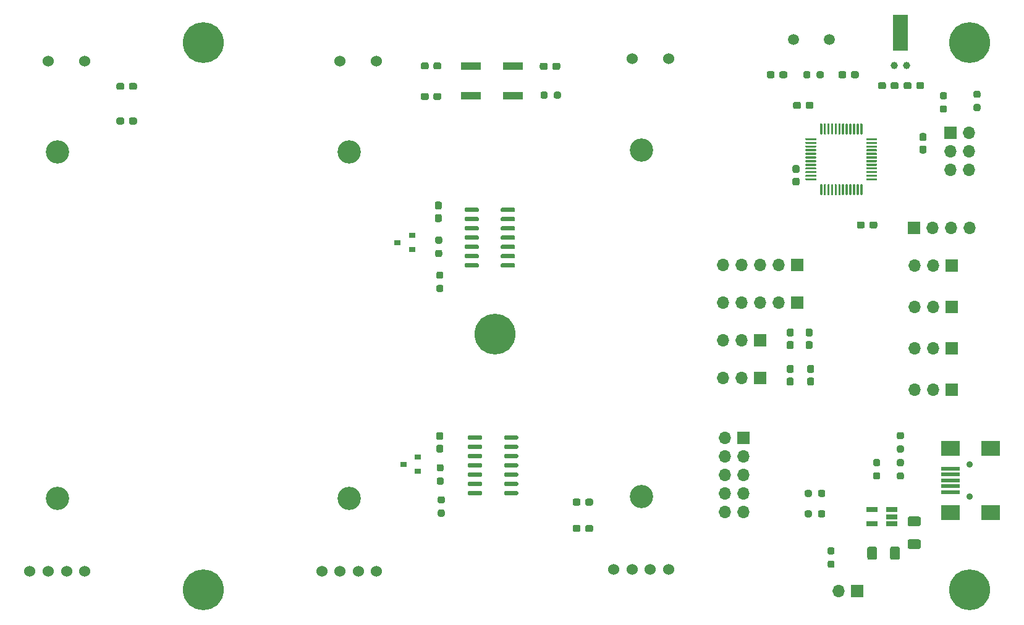
<source format=gts>
%TF.GenerationSoftware,KiCad,Pcbnew,5.1.10-88a1d61d58~88~ubuntu20.04.1*%
%TF.CreationDate,2021-05-18T23:57:07+02:00*%
%TF.ProjectId,C152Quadrant,43313532-5175-4616-9472-616e742e6b69,rev?*%
%TF.SameCoordinates,Original*%
%TF.FileFunction,Soldermask,Top*%
%TF.FilePolarity,Negative*%
%FSLAX46Y46*%
G04 Gerber Fmt 4.6, Leading zero omitted, Abs format (unit mm)*
G04 Created by KiCad (PCBNEW 5.1.10-88a1d61d58~88~ubuntu20.04.1) date 2021-05-18 23:57:07*
%MOMM*%
%LPD*%
G01*
G04 APERTURE LIST*
%ADD10C,3.200000*%
%ADD11C,1.524000*%
%ADD12O,1.700000X1.700000*%
%ADD13R,1.700000X1.700000*%
%ADD14R,2.500000X2.000000*%
%ADD15R,2.500000X0.500000*%
%ADD16C,0.900000*%
%ADD17R,2.750000X1.000000*%
%ADD18R,1.560000X0.650000*%
%ADD19C,1.500000*%
%ADD20C,1.000000*%
%ADD21R,2.000000X5.000000*%
%ADD22R,0.900000X0.800000*%
%ADD23C,5.600000*%
G04 APERTURE END LIST*
D10*
%TO.C,RV_MIXT1*%
X190000000Y-94700000D03*
X190000000Y-142200000D03*
D11*
X193750000Y-82200000D03*
X188750000Y-82200000D03*
X193750000Y-152200000D03*
X191250000Y-152200000D03*
X186250000Y-152200000D03*
X188750000Y-152200000D03*
%TD*%
D10*
%TO.C,RV_CARB1*%
X110000000Y-95000000D03*
X110000000Y-142500000D03*
D11*
X113750000Y-82500000D03*
X108750000Y-82500000D03*
X113750000Y-152500000D03*
X111250000Y-152500000D03*
X106250000Y-152500000D03*
X108750000Y-152500000D03*
%TD*%
D10*
%TO.C,RV_THROT1*%
X150000000Y-95000000D03*
X150000000Y-142500000D03*
D11*
X153750000Y-82500000D03*
X148750000Y-82500000D03*
X153750000Y-152500000D03*
X151250000Y-152500000D03*
X146250000Y-152500000D03*
X148750000Y-152500000D03*
%TD*%
%TO.C,C1*%
G36*
G01*
X118100000Y-86237500D02*
X118100000Y-85762500D01*
G75*
G02*
X118337500Y-85525000I237500J0D01*
G01*
X118937500Y-85525000D01*
G75*
G02*
X119175000Y-85762500I0J-237500D01*
G01*
X119175000Y-86237500D01*
G75*
G02*
X118937500Y-86475000I-237500J0D01*
G01*
X118337500Y-86475000D01*
G75*
G02*
X118100000Y-86237500I0J237500D01*
G01*
G37*
G36*
G01*
X119825000Y-86237500D02*
X119825000Y-85762500D01*
G75*
G02*
X120062500Y-85525000I237500J0D01*
G01*
X120662500Y-85525000D01*
G75*
G02*
X120900000Y-85762500I0J-237500D01*
G01*
X120900000Y-86237500D01*
G75*
G02*
X120662500Y-86475000I-237500J0D01*
G01*
X120062500Y-86475000D01*
G75*
G02*
X119825000Y-86237500I0J237500D01*
G01*
G37*
%TD*%
%TO.C,C2*%
G36*
G01*
X212762500Y-119200000D02*
X213237500Y-119200000D01*
G75*
G02*
X213475000Y-119437500I0J-237500D01*
G01*
X213475000Y-120037500D01*
G75*
G02*
X213237500Y-120275000I-237500J0D01*
G01*
X212762500Y-120275000D01*
G75*
G02*
X212525000Y-120037500I0J237500D01*
G01*
X212525000Y-119437500D01*
G75*
G02*
X212762500Y-119200000I237500J0D01*
G01*
G37*
G36*
G01*
X212762500Y-120925000D02*
X213237500Y-120925000D01*
G75*
G02*
X213475000Y-121162500I0J-237500D01*
G01*
X213475000Y-121762500D01*
G75*
G02*
X213237500Y-122000000I-237500J0D01*
G01*
X212762500Y-122000000D01*
G75*
G02*
X212525000Y-121762500I0J237500D01*
G01*
X212525000Y-121162500D01*
G75*
G02*
X212762500Y-120925000I237500J0D01*
G01*
G37*
%TD*%
%TO.C,C3*%
G36*
G01*
X118100000Y-90987500D02*
X118100000Y-90512500D01*
G75*
G02*
X118337500Y-90275000I237500J0D01*
G01*
X118937500Y-90275000D01*
G75*
G02*
X119175000Y-90512500I0J-237500D01*
G01*
X119175000Y-90987500D01*
G75*
G02*
X118937500Y-91225000I-237500J0D01*
G01*
X118337500Y-91225000D01*
G75*
G02*
X118100000Y-90987500I0J237500D01*
G01*
G37*
G36*
G01*
X119825000Y-90987500D02*
X119825000Y-90512500D01*
G75*
G02*
X120062500Y-90275000I237500J0D01*
G01*
X120662500Y-90275000D01*
G75*
G02*
X120900000Y-90512500I0J-237500D01*
G01*
X120900000Y-90987500D01*
G75*
G02*
X120662500Y-91225000I-237500J0D01*
G01*
X120062500Y-91225000D01*
G75*
G02*
X119825000Y-90987500I0J237500D01*
G01*
G37*
%TD*%
%TO.C,C4*%
G36*
G01*
X210162500Y-120925000D02*
X210637500Y-120925000D01*
G75*
G02*
X210875000Y-121162500I0J-237500D01*
G01*
X210875000Y-121762500D01*
G75*
G02*
X210637500Y-122000000I-237500J0D01*
G01*
X210162500Y-122000000D01*
G75*
G02*
X209925000Y-121762500I0J237500D01*
G01*
X209925000Y-121162500D01*
G75*
G02*
X210162500Y-120925000I237500J0D01*
G01*
G37*
G36*
G01*
X210162500Y-119200000D02*
X210637500Y-119200000D01*
G75*
G02*
X210875000Y-119437500I0J-237500D01*
G01*
X210875000Y-120037500D01*
G75*
G02*
X210637500Y-120275000I-237500J0D01*
G01*
X210162500Y-120275000D01*
G75*
G02*
X209925000Y-120037500I0J237500D01*
G01*
X209925000Y-119437500D01*
G75*
G02*
X210162500Y-119200000I237500J0D01*
G01*
G37*
%TD*%
%TO.C,C5*%
G36*
G01*
X159800000Y-83437500D02*
X159800000Y-82962500D01*
G75*
G02*
X160037500Y-82725000I237500J0D01*
G01*
X160637500Y-82725000D01*
G75*
G02*
X160875000Y-82962500I0J-237500D01*
G01*
X160875000Y-83437500D01*
G75*
G02*
X160637500Y-83675000I-237500J0D01*
G01*
X160037500Y-83675000D01*
G75*
G02*
X159800000Y-83437500I0J237500D01*
G01*
G37*
G36*
G01*
X161525000Y-83437500D02*
X161525000Y-82962500D01*
G75*
G02*
X161762500Y-82725000I237500J0D01*
G01*
X162362500Y-82725000D01*
G75*
G02*
X162600000Y-82962500I0J-237500D01*
G01*
X162600000Y-83437500D01*
G75*
G02*
X162362500Y-83675000I-237500J0D01*
G01*
X161762500Y-83675000D01*
G75*
G02*
X161525000Y-83437500I0J237500D01*
G01*
G37*
%TD*%
%TO.C,C6*%
G36*
G01*
X161525000Y-87637500D02*
X161525000Y-87162500D01*
G75*
G02*
X161762500Y-86925000I237500J0D01*
G01*
X162362500Y-86925000D01*
G75*
G02*
X162600000Y-87162500I0J-237500D01*
G01*
X162600000Y-87637500D01*
G75*
G02*
X162362500Y-87875000I-237500J0D01*
G01*
X161762500Y-87875000D01*
G75*
G02*
X161525000Y-87637500I0J237500D01*
G01*
G37*
G36*
G01*
X159800000Y-87637500D02*
X159800000Y-87162500D01*
G75*
G02*
X160037500Y-86925000I237500J0D01*
G01*
X160637500Y-86925000D01*
G75*
G02*
X160875000Y-87162500I0J-237500D01*
G01*
X160875000Y-87637500D01*
G75*
G02*
X160637500Y-87875000I-237500J0D01*
G01*
X160037500Y-87875000D01*
G75*
G02*
X159800000Y-87637500I0J237500D01*
G01*
G37*
%TD*%
%TO.C,C7*%
G36*
G01*
X210162500Y-124200000D02*
X210637500Y-124200000D01*
G75*
G02*
X210875000Y-124437500I0J-237500D01*
G01*
X210875000Y-125037500D01*
G75*
G02*
X210637500Y-125275000I-237500J0D01*
G01*
X210162500Y-125275000D01*
G75*
G02*
X209925000Y-125037500I0J237500D01*
G01*
X209925000Y-124437500D01*
G75*
G02*
X210162500Y-124200000I237500J0D01*
G01*
G37*
G36*
G01*
X210162500Y-125925000D02*
X210637500Y-125925000D01*
G75*
G02*
X210875000Y-126162500I0J-237500D01*
G01*
X210875000Y-126762500D01*
G75*
G02*
X210637500Y-127000000I-237500J0D01*
G01*
X210162500Y-127000000D01*
G75*
G02*
X209925000Y-126762500I0J237500D01*
G01*
X209925000Y-126162500D01*
G75*
G02*
X210162500Y-125925000I237500J0D01*
G01*
G37*
%TD*%
%TO.C,C8*%
G36*
G01*
X212962500Y-125925000D02*
X213437500Y-125925000D01*
G75*
G02*
X213675000Y-126162500I0J-237500D01*
G01*
X213675000Y-126762500D01*
G75*
G02*
X213437500Y-127000000I-237500J0D01*
G01*
X212962500Y-127000000D01*
G75*
G02*
X212725000Y-126762500I0J237500D01*
G01*
X212725000Y-126162500D01*
G75*
G02*
X212962500Y-125925000I237500J0D01*
G01*
G37*
G36*
G01*
X212962500Y-124200000D02*
X213437500Y-124200000D01*
G75*
G02*
X213675000Y-124437500I0J-237500D01*
G01*
X213675000Y-125037500D01*
G75*
G02*
X213437500Y-125275000I-237500J0D01*
G01*
X212962500Y-125275000D01*
G75*
G02*
X212725000Y-125037500I0J237500D01*
G01*
X212725000Y-124437500D01*
G75*
G02*
X212962500Y-124200000I237500J0D01*
G01*
G37*
%TD*%
%TO.C,C9*%
G36*
G01*
X183400000Y-142762500D02*
X183400000Y-143237500D01*
G75*
G02*
X183162500Y-143475000I-237500J0D01*
G01*
X182562500Y-143475000D01*
G75*
G02*
X182325000Y-143237500I0J237500D01*
G01*
X182325000Y-142762500D01*
G75*
G02*
X182562500Y-142525000I237500J0D01*
G01*
X183162500Y-142525000D01*
G75*
G02*
X183400000Y-142762500I0J-237500D01*
G01*
G37*
G36*
G01*
X181675000Y-142762500D02*
X181675000Y-143237500D01*
G75*
G02*
X181437500Y-143475000I-237500J0D01*
G01*
X180837500Y-143475000D01*
G75*
G02*
X180600000Y-143237500I0J237500D01*
G01*
X180600000Y-142762500D01*
G75*
G02*
X180837500Y-142525000I237500J0D01*
G01*
X181437500Y-142525000D01*
G75*
G02*
X181675000Y-142762500I0J-237500D01*
G01*
G37*
%TD*%
%TO.C,C10*%
G36*
G01*
X181675000Y-146362500D02*
X181675000Y-146837500D01*
G75*
G02*
X181437500Y-147075000I-237500J0D01*
G01*
X180837500Y-147075000D01*
G75*
G02*
X180600000Y-146837500I0J237500D01*
G01*
X180600000Y-146362500D01*
G75*
G02*
X180837500Y-146125000I237500J0D01*
G01*
X181437500Y-146125000D01*
G75*
G02*
X181675000Y-146362500I0J-237500D01*
G01*
G37*
G36*
G01*
X183400000Y-146362500D02*
X183400000Y-146837500D01*
G75*
G02*
X183162500Y-147075000I-237500J0D01*
G01*
X182562500Y-147075000D01*
G75*
G02*
X182325000Y-146837500I0J237500D01*
G01*
X182325000Y-146362500D01*
G75*
G02*
X182562500Y-146125000I237500J0D01*
G01*
X183162500Y-146125000D01*
G75*
G02*
X183400000Y-146362500I0J-237500D01*
G01*
G37*
%TD*%
%TO.C,C11*%
G36*
G01*
X218725000Y-84637500D02*
X218725000Y-84162500D01*
G75*
G02*
X218962500Y-83925000I237500J0D01*
G01*
X219562500Y-83925000D01*
G75*
G02*
X219800000Y-84162500I0J-237500D01*
G01*
X219800000Y-84637500D01*
G75*
G02*
X219562500Y-84875000I-237500J0D01*
G01*
X218962500Y-84875000D01*
G75*
G02*
X218725000Y-84637500I0J237500D01*
G01*
G37*
G36*
G01*
X217000000Y-84637500D02*
X217000000Y-84162500D01*
G75*
G02*
X217237500Y-83925000I237500J0D01*
G01*
X217837500Y-83925000D01*
G75*
G02*
X218075000Y-84162500I0J-237500D01*
G01*
X218075000Y-84637500D01*
G75*
G02*
X217837500Y-84875000I-237500J0D01*
G01*
X217237500Y-84875000D01*
G75*
G02*
X217000000Y-84637500I0J237500D01*
G01*
G37*
%TD*%
%TO.C,C12*%
G36*
G01*
X207200000Y-84637500D02*
X207200000Y-84162500D01*
G75*
G02*
X207437500Y-83925000I237500J0D01*
G01*
X208037500Y-83925000D01*
G75*
G02*
X208275000Y-84162500I0J-237500D01*
G01*
X208275000Y-84637500D01*
G75*
G02*
X208037500Y-84875000I-237500J0D01*
G01*
X207437500Y-84875000D01*
G75*
G02*
X207200000Y-84637500I0J237500D01*
G01*
G37*
G36*
G01*
X208925000Y-84637500D02*
X208925000Y-84162500D01*
G75*
G02*
X209162500Y-83925000I237500J0D01*
G01*
X209762500Y-83925000D01*
G75*
G02*
X210000000Y-84162500I0J-237500D01*
G01*
X210000000Y-84637500D01*
G75*
G02*
X209762500Y-84875000I-237500J0D01*
G01*
X209162500Y-84875000D01*
G75*
G02*
X208925000Y-84637500I0J237500D01*
G01*
G37*
%TD*%
%TO.C,C13*%
G36*
G01*
X227675000Y-86137500D02*
X227675000Y-85662500D01*
G75*
G02*
X227912500Y-85425000I237500J0D01*
G01*
X228512500Y-85425000D01*
G75*
G02*
X228750000Y-85662500I0J-237500D01*
G01*
X228750000Y-86137500D01*
G75*
G02*
X228512500Y-86375000I-237500J0D01*
G01*
X227912500Y-86375000D01*
G75*
G02*
X227675000Y-86137500I0J237500D01*
G01*
G37*
G36*
G01*
X225950000Y-86137500D02*
X225950000Y-85662500D01*
G75*
G02*
X226187500Y-85425000I237500J0D01*
G01*
X226787500Y-85425000D01*
G75*
G02*
X227025000Y-85662500I0J-237500D01*
G01*
X227025000Y-86137500D01*
G75*
G02*
X226787500Y-86375000I-237500J0D01*
G01*
X226187500Y-86375000D01*
G75*
G02*
X225950000Y-86137500I0J237500D01*
G01*
G37*
%TD*%
%TO.C,C14*%
G36*
G01*
X225250000Y-85662500D02*
X225250000Y-86137500D01*
G75*
G02*
X225012500Y-86375000I-237500J0D01*
G01*
X224412500Y-86375000D01*
G75*
G02*
X224175000Y-86137500I0J237500D01*
G01*
X224175000Y-85662500D01*
G75*
G02*
X224412500Y-85425000I237500J0D01*
G01*
X225012500Y-85425000D01*
G75*
G02*
X225250000Y-85662500I0J-237500D01*
G01*
G37*
G36*
G01*
X223525000Y-85662500D02*
X223525000Y-86137500D01*
G75*
G02*
X223287500Y-86375000I-237500J0D01*
G01*
X222687500Y-86375000D01*
G75*
G02*
X222450000Y-86137500I0J237500D01*
G01*
X222450000Y-85662500D01*
G75*
G02*
X222687500Y-85425000I237500J0D01*
G01*
X223287500Y-85425000D01*
G75*
G02*
X223525000Y-85662500I0J-237500D01*
G01*
G37*
%TD*%
%TO.C,C15*%
G36*
G01*
X177825000Y-83487500D02*
X177825000Y-83012500D01*
G75*
G02*
X178062500Y-82775000I237500J0D01*
G01*
X178662500Y-82775000D01*
G75*
G02*
X178900000Y-83012500I0J-237500D01*
G01*
X178900000Y-83487500D01*
G75*
G02*
X178662500Y-83725000I-237500J0D01*
G01*
X178062500Y-83725000D01*
G75*
G02*
X177825000Y-83487500I0J237500D01*
G01*
G37*
G36*
G01*
X176100000Y-83487500D02*
X176100000Y-83012500D01*
G75*
G02*
X176337500Y-82775000I237500J0D01*
G01*
X176937500Y-82775000D01*
G75*
G02*
X177175000Y-83012500I0J-237500D01*
G01*
X177175000Y-83487500D01*
G75*
G02*
X176937500Y-83725000I-237500J0D01*
G01*
X176337500Y-83725000D01*
G75*
G02*
X176100000Y-83487500I0J237500D01*
G01*
G37*
%TD*%
%TO.C,C17*%
G36*
G01*
X221262500Y-105237500D02*
X221262500Y-104762500D01*
G75*
G02*
X221500000Y-104525000I237500J0D01*
G01*
X222100000Y-104525000D01*
G75*
G02*
X222337500Y-104762500I0J-237500D01*
G01*
X222337500Y-105237500D01*
G75*
G02*
X222100000Y-105475000I-237500J0D01*
G01*
X221500000Y-105475000D01*
G75*
G02*
X221262500Y-105237500I0J237500D01*
G01*
G37*
G36*
G01*
X219537500Y-105237500D02*
X219537500Y-104762500D01*
G75*
G02*
X219775000Y-104525000I237500J0D01*
G01*
X220375000Y-104525000D01*
G75*
G02*
X220612500Y-104762500I0J-237500D01*
G01*
X220612500Y-105237500D01*
G75*
G02*
X220375000Y-105475000I-237500J0D01*
G01*
X219775000Y-105475000D01*
G75*
G02*
X219537500Y-105237500I0J237500D01*
G01*
G37*
%TD*%
%TO.C,C18*%
G36*
G01*
X210962500Y-96800000D02*
X211437500Y-96800000D01*
G75*
G02*
X211675000Y-97037500I0J-237500D01*
G01*
X211675000Y-97637500D01*
G75*
G02*
X211437500Y-97875000I-237500J0D01*
G01*
X210962500Y-97875000D01*
G75*
G02*
X210725000Y-97637500I0J237500D01*
G01*
X210725000Y-97037500D01*
G75*
G02*
X210962500Y-96800000I237500J0D01*
G01*
G37*
G36*
G01*
X210962500Y-98525000D02*
X211437500Y-98525000D01*
G75*
G02*
X211675000Y-98762500I0J-237500D01*
G01*
X211675000Y-99362500D01*
G75*
G02*
X211437500Y-99600000I-237500J0D01*
G01*
X210962500Y-99600000D01*
G75*
G02*
X210725000Y-99362500I0J237500D01*
G01*
X210725000Y-98762500D01*
G75*
G02*
X210962500Y-98525000I237500J0D01*
G01*
G37*
%TD*%
%TO.C,C19*%
G36*
G01*
X211875000Y-88362500D02*
X211875000Y-88837500D01*
G75*
G02*
X211637500Y-89075000I-237500J0D01*
G01*
X211037500Y-89075000D01*
G75*
G02*
X210800000Y-88837500I0J237500D01*
G01*
X210800000Y-88362500D01*
G75*
G02*
X211037500Y-88125000I237500J0D01*
G01*
X211637500Y-88125000D01*
G75*
G02*
X211875000Y-88362500I0J-237500D01*
G01*
G37*
G36*
G01*
X213600000Y-88362500D02*
X213600000Y-88837500D01*
G75*
G02*
X213362500Y-89075000I-237500J0D01*
G01*
X212762500Y-89075000D01*
G75*
G02*
X212525000Y-88837500I0J237500D01*
G01*
X212525000Y-88362500D01*
G75*
G02*
X212762500Y-88125000I237500J0D01*
G01*
X213362500Y-88125000D01*
G75*
G02*
X213600000Y-88362500I0J-237500D01*
G01*
G37*
%TD*%
%TO.C,C20*%
G36*
G01*
X228837500Y-95200000D02*
X228362500Y-95200000D01*
G75*
G02*
X228125000Y-94962500I0J237500D01*
G01*
X228125000Y-94362500D01*
G75*
G02*
X228362500Y-94125000I237500J0D01*
G01*
X228837500Y-94125000D01*
G75*
G02*
X229075000Y-94362500I0J-237500D01*
G01*
X229075000Y-94962500D01*
G75*
G02*
X228837500Y-95200000I-237500J0D01*
G01*
G37*
G36*
G01*
X228837500Y-93475000D02*
X228362500Y-93475000D01*
G75*
G02*
X228125000Y-93237500I0J237500D01*
G01*
X228125000Y-92637500D01*
G75*
G02*
X228362500Y-92400000I237500J0D01*
G01*
X228837500Y-92400000D01*
G75*
G02*
X229075000Y-92637500I0J-237500D01*
G01*
X229075000Y-93237500D01*
G75*
G02*
X228837500Y-93475000I-237500J0D01*
G01*
G37*
%TD*%
D12*
%TO.C,ENC_ALT1*%
X227420000Y-110600000D03*
X229960000Y-110600000D03*
D13*
X232500000Y-110600000D03*
%TD*%
%TO.C,ENC_COMP1*%
X232500000Y-116266666D03*
D12*
X229960000Y-116266666D03*
X227420000Y-116266666D03*
%TD*%
%TO.C,ENC_NAV1_SW1*%
X227420000Y-121933332D03*
X229960000Y-121933332D03*
D13*
X232500000Y-121933332D03*
%TD*%
%TO.C,ENC_NAV2_SW1*%
X232500000Y-127600000D03*
D12*
X229960000Y-127600000D03*
X227420000Y-127600000D03*
%TD*%
D13*
%TO.C,J1*%
X232400000Y-92400000D03*
D12*
X234940000Y-92400000D03*
X232400000Y-94940000D03*
X234940000Y-94940000D03*
X232400000Y-97480000D03*
X234940000Y-97480000D03*
%TD*%
D14*
%TO.C,J2*%
X237900000Y-144400000D03*
X237900000Y-135600000D03*
X232400000Y-144400000D03*
X232400000Y-135600000D03*
D15*
X232400000Y-141600000D03*
X232400000Y-140800000D03*
X232400000Y-140000000D03*
X232400000Y-139200000D03*
X232400000Y-138400000D03*
D16*
X235000000Y-142200000D03*
X235000000Y-137800000D03*
%TD*%
D13*
%TO.C,PWRLED1*%
X219600000Y-155200000D03*
D12*
X217060000Y-155200000D03*
%TD*%
%TO.C,R1*%
G36*
G01*
X216237500Y-150175000D02*
X215762500Y-150175000D01*
G75*
G02*
X215525000Y-149937500I0J237500D01*
G01*
X215525000Y-149437500D01*
G75*
G02*
X215762500Y-149200000I237500J0D01*
G01*
X216237500Y-149200000D01*
G75*
G02*
X216475000Y-149437500I0J-237500D01*
G01*
X216475000Y-149937500D01*
G75*
G02*
X216237500Y-150175000I-237500J0D01*
G01*
G37*
G36*
G01*
X216237500Y-152000000D02*
X215762500Y-152000000D01*
G75*
G02*
X215525000Y-151762500I0J237500D01*
G01*
X215525000Y-151262500D01*
G75*
G02*
X215762500Y-151025000I237500J0D01*
G01*
X216237500Y-151025000D01*
G75*
G02*
X216475000Y-151262500I0J-237500D01*
G01*
X216475000Y-151762500D01*
G75*
G02*
X216237500Y-152000000I-237500J0D01*
G01*
G37*
%TD*%
%TO.C,R2*%
G36*
G01*
X179000000Y-86962500D02*
X179000000Y-87437500D01*
G75*
G02*
X178762500Y-87675000I-237500J0D01*
G01*
X178262500Y-87675000D01*
G75*
G02*
X178025000Y-87437500I0J237500D01*
G01*
X178025000Y-86962500D01*
G75*
G02*
X178262500Y-86725000I237500J0D01*
G01*
X178762500Y-86725000D01*
G75*
G02*
X179000000Y-86962500I0J-237500D01*
G01*
G37*
G36*
G01*
X177175000Y-86962500D02*
X177175000Y-87437500D01*
G75*
G02*
X176937500Y-87675000I-237500J0D01*
G01*
X176437500Y-87675000D01*
G75*
G02*
X176200000Y-87437500I0J237500D01*
G01*
X176200000Y-86962500D01*
G75*
G02*
X176437500Y-86725000I237500J0D01*
G01*
X176937500Y-86725000D01*
G75*
G02*
X177175000Y-86962500I0J-237500D01*
G01*
G37*
%TD*%
%TO.C,R3*%
G36*
G01*
X213175000Y-84162500D02*
X213175000Y-84637500D01*
G75*
G02*
X212937500Y-84875000I-237500J0D01*
G01*
X212437500Y-84875000D01*
G75*
G02*
X212200000Y-84637500I0J237500D01*
G01*
X212200000Y-84162500D01*
G75*
G02*
X212437500Y-83925000I237500J0D01*
G01*
X212937500Y-83925000D01*
G75*
G02*
X213175000Y-84162500I0J-237500D01*
G01*
G37*
G36*
G01*
X215000000Y-84162500D02*
X215000000Y-84637500D01*
G75*
G02*
X214762500Y-84875000I-237500J0D01*
G01*
X214262500Y-84875000D01*
G75*
G02*
X214025000Y-84637500I0J237500D01*
G01*
X214025000Y-84162500D01*
G75*
G02*
X214262500Y-83925000I237500J0D01*
G01*
X214762500Y-83925000D01*
G75*
G02*
X215000000Y-84162500I0J-237500D01*
G01*
G37*
%TD*%
%TO.C,R4*%
G36*
G01*
X231637500Y-87775000D02*
X231162500Y-87775000D01*
G75*
G02*
X230925000Y-87537500I0J237500D01*
G01*
X230925000Y-87037500D01*
G75*
G02*
X231162500Y-86800000I237500J0D01*
G01*
X231637500Y-86800000D01*
G75*
G02*
X231875000Y-87037500I0J-237500D01*
G01*
X231875000Y-87537500D01*
G75*
G02*
X231637500Y-87775000I-237500J0D01*
G01*
G37*
G36*
G01*
X231637500Y-89600000D02*
X231162500Y-89600000D01*
G75*
G02*
X230925000Y-89362500I0J237500D01*
G01*
X230925000Y-88862500D01*
G75*
G02*
X231162500Y-88625000I237500J0D01*
G01*
X231637500Y-88625000D01*
G75*
G02*
X231875000Y-88862500I0J-237500D01*
G01*
X231875000Y-89362500D01*
G75*
G02*
X231637500Y-89600000I-237500J0D01*
G01*
G37*
%TD*%
%TO.C,R5*%
G36*
G01*
X235762500Y-86600000D02*
X236237500Y-86600000D01*
G75*
G02*
X236475000Y-86837500I0J-237500D01*
G01*
X236475000Y-87337500D01*
G75*
G02*
X236237500Y-87575000I-237500J0D01*
G01*
X235762500Y-87575000D01*
G75*
G02*
X235525000Y-87337500I0J237500D01*
G01*
X235525000Y-86837500D01*
G75*
G02*
X235762500Y-86600000I237500J0D01*
G01*
G37*
G36*
G01*
X235762500Y-88425000D02*
X236237500Y-88425000D01*
G75*
G02*
X236475000Y-88662500I0J-237500D01*
G01*
X236475000Y-89162500D01*
G75*
G02*
X236237500Y-89400000I-237500J0D01*
G01*
X235762500Y-89400000D01*
G75*
G02*
X235525000Y-89162500I0J237500D01*
G01*
X235525000Y-88662500D01*
G75*
G02*
X235762500Y-88425000I237500J0D01*
G01*
G37*
%TD*%
%TO.C,R6*%
G36*
G01*
X225262500Y-138925000D02*
X225737500Y-138925000D01*
G75*
G02*
X225975000Y-139162500I0J-237500D01*
G01*
X225975000Y-139662500D01*
G75*
G02*
X225737500Y-139900000I-237500J0D01*
G01*
X225262500Y-139900000D01*
G75*
G02*
X225025000Y-139662500I0J237500D01*
G01*
X225025000Y-139162500D01*
G75*
G02*
X225262500Y-138925000I237500J0D01*
G01*
G37*
G36*
G01*
X225262500Y-137100000D02*
X225737500Y-137100000D01*
G75*
G02*
X225975000Y-137337500I0J-237500D01*
G01*
X225975000Y-137837500D01*
G75*
G02*
X225737500Y-138075000I-237500J0D01*
G01*
X225262500Y-138075000D01*
G75*
G02*
X225025000Y-137837500I0J237500D01*
G01*
X225025000Y-137337500D01*
G75*
G02*
X225262500Y-137100000I237500J0D01*
G01*
G37*
%TD*%
%TO.C,R7*%
G36*
G01*
X222012500Y-137100000D02*
X222487500Y-137100000D01*
G75*
G02*
X222725000Y-137337500I0J-237500D01*
G01*
X222725000Y-137837500D01*
G75*
G02*
X222487500Y-138075000I-237500J0D01*
G01*
X222012500Y-138075000D01*
G75*
G02*
X221775000Y-137837500I0J237500D01*
G01*
X221775000Y-137337500D01*
G75*
G02*
X222012500Y-137100000I237500J0D01*
G01*
G37*
G36*
G01*
X222012500Y-138925000D02*
X222487500Y-138925000D01*
G75*
G02*
X222725000Y-139162500I0J-237500D01*
G01*
X222725000Y-139662500D01*
G75*
G02*
X222487500Y-139900000I-237500J0D01*
G01*
X222012500Y-139900000D01*
G75*
G02*
X221775000Y-139662500I0J237500D01*
G01*
X221775000Y-139162500D01*
G75*
G02*
X222012500Y-138925000I237500J0D01*
G01*
G37*
%TD*%
%TO.C,R8*%
G36*
G01*
X225737500Y-136200000D02*
X225262500Y-136200000D01*
G75*
G02*
X225025000Y-135962500I0J237500D01*
G01*
X225025000Y-135462500D01*
G75*
G02*
X225262500Y-135225000I237500J0D01*
G01*
X225737500Y-135225000D01*
G75*
G02*
X225975000Y-135462500I0J-237500D01*
G01*
X225975000Y-135962500D01*
G75*
G02*
X225737500Y-136200000I-237500J0D01*
G01*
G37*
G36*
G01*
X225737500Y-134375000D02*
X225262500Y-134375000D01*
G75*
G02*
X225025000Y-134137500I0J237500D01*
G01*
X225025000Y-133637500D01*
G75*
G02*
X225262500Y-133400000I237500J0D01*
G01*
X225737500Y-133400000D01*
G75*
G02*
X225975000Y-133637500I0J-237500D01*
G01*
X225975000Y-134137500D01*
G75*
G02*
X225737500Y-134375000I-237500J0D01*
G01*
G37*
%TD*%
%TO.C,RV_FLAPS1*%
X201170000Y-125950000D03*
X203710000Y-125950000D03*
D13*
X206250000Y-125950000D03*
%TD*%
%TO.C,RV_TRIM1*%
X206250000Y-120783332D03*
D12*
X203710000Y-120783332D03*
X201170000Y-120783332D03*
%TD*%
D13*
%TO.C,STLNK1*%
X227400000Y-105400000D03*
D12*
X229940000Y-105400000D03*
X232480000Y-105400000D03*
X235020000Y-105400000D03*
%TD*%
D17*
%TO.C,SW1*%
X172380000Y-83250000D03*
X166620000Y-83250000D03*
X166620000Y-87250000D03*
X172380000Y-87250000D03*
%TD*%
%TO.C,U1*%
G36*
G01*
X220075000Y-91100000D02*
X220225000Y-91100000D01*
G75*
G02*
X220300000Y-91175000I0J-75000D01*
G01*
X220300000Y-92500000D01*
G75*
G02*
X220225000Y-92575000I-75000J0D01*
G01*
X220075000Y-92575000D01*
G75*
G02*
X220000000Y-92500000I0J75000D01*
G01*
X220000000Y-91175000D01*
G75*
G02*
X220075000Y-91100000I75000J0D01*
G01*
G37*
G36*
G01*
X219575000Y-91100000D02*
X219725000Y-91100000D01*
G75*
G02*
X219800000Y-91175000I0J-75000D01*
G01*
X219800000Y-92500000D01*
G75*
G02*
X219725000Y-92575000I-75000J0D01*
G01*
X219575000Y-92575000D01*
G75*
G02*
X219500000Y-92500000I0J75000D01*
G01*
X219500000Y-91175000D01*
G75*
G02*
X219575000Y-91100000I75000J0D01*
G01*
G37*
G36*
G01*
X219075000Y-91100000D02*
X219225000Y-91100000D01*
G75*
G02*
X219300000Y-91175000I0J-75000D01*
G01*
X219300000Y-92500000D01*
G75*
G02*
X219225000Y-92575000I-75000J0D01*
G01*
X219075000Y-92575000D01*
G75*
G02*
X219000000Y-92500000I0J75000D01*
G01*
X219000000Y-91175000D01*
G75*
G02*
X219075000Y-91100000I75000J0D01*
G01*
G37*
G36*
G01*
X218575000Y-91100000D02*
X218725000Y-91100000D01*
G75*
G02*
X218800000Y-91175000I0J-75000D01*
G01*
X218800000Y-92500000D01*
G75*
G02*
X218725000Y-92575000I-75000J0D01*
G01*
X218575000Y-92575000D01*
G75*
G02*
X218500000Y-92500000I0J75000D01*
G01*
X218500000Y-91175000D01*
G75*
G02*
X218575000Y-91100000I75000J0D01*
G01*
G37*
G36*
G01*
X218075000Y-91100000D02*
X218225000Y-91100000D01*
G75*
G02*
X218300000Y-91175000I0J-75000D01*
G01*
X218300000Y-92500000D01*
G75*
G02*
X218225000Y-92575000I-75000J0D01*
G01*
X218075000Y-92575000D01*
G75*
G02*
X218000000Y-92500000I0J75000D01*
G01*
X218000000Y-91175000D01*
G75*
G02*
X218075000Y-91100000I75000J0D01*
G01*
G37*
G36*
G01*
X217575000Y-91100000D02*
X217725000Y-91100000D01*
G75*
G02*
X217800000Y-91175000I0J-75000D01*
G01*
X217800000Y-92500000D01*
G75*
G02*
X217725000Y-92575000I-75000J0D01*
G01*
X217575000Y-92575000D01*
G75*
G02*
X217500000Y-92500000I0J75000D01*
G01*
X217500000Y-91175000D01*
G75*
G02*
X217575000Y-91100000I75000J0D01*
G01*
G37*
G36*
G01*
X217075000Y-91100000D02*
X217225000Y-91100000D01*
G75*
G02*
X217300000Y-91175000I0J-75000D01*
G01*
X217300000Y-92500000D01*
G75*
G02*
X217225000Y-92575000I-75000J0D01*
G01*
X217075000Y-92575000D01*
G75*
G02*
X217000000Y-92500000I0J75000D01*
G01*
X217000000Y-91175000D01*
G75*
G02*
X217075000Y-91100000I75000J0D01*
G01*
G37*
G36*
G01*
X216575000Y-91100000D02*
X216725000Y-91100000D01*
G75*
G02*
X216800000Y-91175000I0J-75000D01*
G01*
X216800000Y-92500000D01*
G75*
G02*
X216725000Y-92575000I-75000J0D01*
G01*
X216575000Y-92575000D01*
G75*
G02*
X216500000Y-92500000I0J75000D01*
G01*
X216500000Y-91175000D01*
G75*
G02*
X216575000Y-91100000I75000J0D01*
G01*
G37*
G36*
G01*
X216075000Y-91100000D02*
X216225000Y-91100000D01*
G75*
G02*
X216300000Y-91175000I0J-75000D01*
G01*
X216300000Y-92500000D01*
G75*
G02*
X216225000Y-92575000I-75000J0D01*
G01*
X216075000Y-92575000D01*
G75*
G02*
X216000000Y-92500000I0J75000D01*
G01*
X216000000Y-91175000D01*
G75*
G02*
X216075000Y-91100000I75000J0D01*
G01*
G37*
G36*
G01*
X215575000Y-91100000D02*
X215725000Y-91100000D01*
G75*
G02*
X215800000Y-91175000I0J-75000D01*
G01*
X215800000Y-92500000D01*
G75*
G02*
X215725000Y-92575000I-75000J0D01*
G01*
X215575000Y-92575000D01*
G75*
G02*
X215500000Y-92500000I0J75000D01*
G01*
X215500000Y-91175000D01*
G75*
G02*
X215575000Y-91100000I75000J0D01*
G01*
G37*
G36*
G01*
X215075000Y-91100000D02*
X215225000Y-91100000D01*
G75*
G02*
X215300000Y-91175000I0J-75000D01*
G01*
X215300000Y-92500000D01*
G75*
G02*
X215225000Y-92575000I-75000J0D01*
G01*
X215075000Y-92575000D01*
G75*
G02*
X215000000Y-92500000I0J75000D01*
G01*
X215000000Y-91175000D01*
G75*
G02*
X215075000Y-91100000I75000J0D01*
G01*
G37*
G36*
G01*
X214575000Y-91100000D02*
X214725000Y-91100000D01*
G75*
G02*
X214800000Y-91175000I0J-75000D01*
G01*
X214800000Y-92500000D01*
G75*
G02*
X214725000Y-92575000I-75000J0D01*
G01*
X214575000Y-92575000D01*
G75*
G02*
X214500000Y-92500000I0J75000D01*
G01*
X214500000Y-91175000D01*
G75*
G02*
X214575000Y-91100000I75000J0D01*
G01*
G37*
G36*
G01*
X212575000Y-93100000D02*
X213900000Y-93100000D01*
G75*
G02*
X213975000Y-93175000I0J-75000D01*
G01*
X213975000Y-93325000D01*
G75*
G02*
X213900000Y-93400000I-75000J0D01*
G01*
X212575000Y-93400000D01*
G75*
G02*
X212500000Y-93325000I0J75000D01*
G01*
X212500000Y-93175000D01*
G75*
G02*
X212575000Y-93100000I75000J0D01*
G01*
G37*
G36*
G01*
X212575000Y-93600000D02*
X213900000Y-93600000D01*
G75*
G02*
X213975000Y-93675000I0J-75000D01*
G01*
X213975000Y-93825000D01*
G75*
G02*
X213900000Y-93900000I-75000J0D01*
G01*
X212575000Y-93900000D01*
G75*
G02*
X212500000Y-93825000I0J75000D01*
G01*
X212500000Y-93675000D01*
G75*
G02*
X212575000Y-93600000I75000J0D01*
G01*
G37*
G36*
G01*
X212575000Y-94100000D02*
X213900000Y-94100000D01*
G75*
G02*
X213975000Y-94175000I0J-75000D01*
G01*
X213975000Y-94325000D01*
G75*
G02*
X213900000Y-94400000I-75000J0D01*
G01*
X212575000Y-94400000D01*
G75*
G02*
X212500000Y-94325000I0J75000D01*
G01*
X212500000Y-94175000D01*
G75*
G02*
X212575000Y-94100000I75000J0D01*
G01*
G37*
G36*
G01*
X212575000Y-94600000D02*
X213900000Y-94600000D01*
G75*
G02*
X213975000Y-94675000I0J-75000D01*
G01*
X213975000Y-94825000D01*
G75*
G02*
X213900000Y-94900000I-75000J0D01*
G01*
X212575000Y-94900000D01*
G75*
G02*
X212500000Y-94825000I0J75000D01*
G01*
X212500000Y-94675000D01*
G75*
G02*
X212575000Y-94600000I75000J0D01*
G01*
G37*
G36*
G01*
X212575000Y-95100000D02*
X213900000Y-95100000D01*
G75*
G02*
X213975000Y-95175000I0J-75000D01*
G01*
X213975000Y-95325000D01*
G75*
G02*
X213900000Y-95400000I-75000J0D01*
G01*
X212575000Y-95400000D01*
G75*
G02*
X212500000Y-95325000I0J75000D01*
G01*
X212500000Y-95175000D01*
G75*
G02*
X212575000Y-95100000I75000J0D01*
G01*
G37*
G36*
G01*
X212575000Y-95600000D02*
X213900000Y-95600000D01*
G75*
G02*
X213975000Y-95675000I0J-75000D01*
G01*
X213975000Y-95825000D01*
G75*
G02*
X213900000Y-95900000I-75000J0D01*
G01*
X212575000Y-95900000D01*
G75*
G02*
X212500000Y-95825000I0J75000D01*
G01*
X212500000Y-95675000D01*
G75*
G02*
X212575000Y-95600000I75000J0D01*
G01*
G37*
G36*
G01*
X212575000Y-96100000D02*
X213900000Y-96100000D01*
G75*
G02*
X213975000Y-96175000I0J-75000D01*
G01*
X213975000Y-96325000D01*
G75*
G02*
X213900000Y-96400000I-75000J0D01*
G01*
X212575000Y-96400000D01*
G75*
G02*
X212500000Y-96325000I0J75000D01*
G01*
X212500000Y-96175000D01*
G75*
G02*
X212575000Y-96100000I75000J0D01*
G01*
G37*
G36*
G01*
X212575000Y-96600000D02*
X213900000Y-96600000D01*
G75*
G02*
X213975000Y-96675000I0J-75000D01*
G01*
X213975000Y-96825000D01*
G75*
G02*
X213900000Y-96900000I-75000J0D01*
G01*
X212575000Y-96900000D01*
G75*
G02*
X212500000Y-96825000I0J75000D01*
G01*
X212500000Y-96675000D01*
G75*
G02*
X212575000Y-96600000I75000J0D01*
G01*
G37*
G36*
G01*
X212575000Y-97100000D02*
X213900000Y-97100000D01*
G75*
G02*
X213975000Y-97175000I0J-75000D01*
G01*
X213975000Y-97325000D01*
G75*
G02*
X213900000Y-97400000I-75000J0D01*
G01*
X212575000Y-97400000D01*
G75*
G02*
X212500000Y-97325000I0J75000D01*
G01*
X212500000Y-97175000D01*
G75*
G02*
X212575000Y-97100000I75000J0D01*
G01*
G37*
G36*
G01*
X212575000Y-97600000D02*
X213900000Y-97600000D01*
G75*
G02*
X213975000Y-97675000I0J-75000D01*
G01*
X213975000Y-97825000D01*
G75*
G02*
X213900000Y-97900000I-75000J0D01*
G01*
X212575000Y-97900000D01*
G75*
G02*
X212500000Y-97825000I0J75000D01*
G01*
X212500000Y-97675000D01*
G75*
G02*
X212575000Y-97600000I75000J0D01*
G01*
G37*
G36*
G01*
X212575000Y-98100000D02*
X213900000Y-98100000D01*
G75*
G02*
X213975000Y-98175000I0J-75000D01*
G01*
X213975000Y-98325000D01*
G75*
G02*
X213900000Y-98400000I-75000J0D01*
G01*
X212575000Y-98400000D01*
G75*
G02*
X212500000Y-98325000I0J75000D01*
G01*
X212500000Y-98175000D01*
G75*
G02*
X212575000Y-98100000I75000J0D01*
G01*
G37*
G36*
G01*
X212575000Y-98600000D02*
X213900000Y-98600000D01*
G75*
G02*
X213975000Y-98675000I0J-75000D01*
G01*
X213975000Y-98825000D01*
G75*
G02*
X213900000Y-98900000I-75000J0D01*
G01*
X212575000Y-98900000D01*
G75*
G02*
X212500000Y-98825000I0J75000D01*
G01*
X212500000Y-98675000D01*
G75*
G02*
X212575000Y-98600000I75000J0D01*
G01*
G37*
G36*
G01*
X214575000Y-99425000D02*
X214725000Y-99425000D01*
G75*
G02*
X214800000Y-99500000I0J-75000D01*
G01*
X214800000Y-100825000D01*
G75*
G02*
X214725000Y-100900000I-75000J0D01*
G01*
X214575000Y-100900000D01*
G75*
G02*
X214500000Y-100825000I0J75000D01*
G01*
X214500000Y-99500000D01*
G75*
G02*
X214575000Y-99425000I75000J0D01*
G01*
G37*
G36*
G01*
X215075000Y-99425000D02*
X215225000Y-99425000D01*
G75*
G02*
X215300000Y-99500000I0J-75000D01*
G01*
X215300000Y-100825000D01*
G75*
G02*
X215225000Y-100900000I-75000J0D01*
G01*
X215075000Y-100900000D01*
G75*
G02*
X215000000Y-100825000I0J75000D01*
G01*
X215000000Y-99500000D01*
G75*
G02*
X215075000Y-99425000I75000J0D01*
G01*
G37*
G36*
G01*
X215575000Y-99425000D02*
X215725000Y-99425000D01*
G75*
G02*
X215800000Y-99500000I0J-75000D01*
G01*
X215800000Y-100825000D01*
G75*
G02*
X215725000Y-100900000I-75000J0D01*
G01*
X215575000Y-100900000D01*
G75*
G02*
X215500000Y-100825000I0J75000D01*
G01*
X215500000Y-99500000D01*
G75*
G02*
X215575000Y-99425000I75000J0D01*
G01*
G37*
G36*
G01*
X216075000Y-99425000D02*
X216225000Y-99425000D01*
G75*
G02*
X216300000Y-99500000I0J-75000D01*
G01*
X216300000Y-100825000D01*
G75*
G02*
X216225000Y-100900000I-75000J0D01*
G01*
X216075000Y-100900000D01*
G75*
G02*
X216000000Y-100825000I0J75000D01*
G01*
X216000000Y-99500000D01*
G75*
G02*
X216075000Y-99425000I75000J0D01*
G01*
G37*
G36*
G01*
X216575000Y-99425000D02*
X216725000Y-99425000D01*
G75*
G02*
X216800000Y-99500000I0J-75000D01*
G01*
X216800000Y-100825000D01*
G75*
G02*
X216725000Y-100900000I-75000J0D01*
G01*
X216575000Y-100900000D01*
G75*
G02*
X216500000Y-100825000I0J75000D01*
G01*
X216500000Y-99500000D01*
G75*
G02*
X216575000Y-99425000I75000J0D01*
G01*
G37*
G36*
G01*
X217075000Y-99425000D02*
X217225000Y-99425000D01*
G75*
G02*
X217300000Y-99500000I0J-75000D01*
G01*
X217300000Y-100825000D01*
G75*
G02*
X217225000Y-100900000I-75000J0D01*
G01*
X217075000Y-100900000D01*
G75*
G02*
X217000000Y-100825000I0J75000D01*
G01*
X217000000Y-99500000D01*
G75*
G02*
X217075000Y-99425000I75000J0D01*
G01*
G37*
G36*
G01*
X217575000Y-99425000D02*
X217725000Y-99425000D01*
G75*
G02*
X217800000Y-99500000I0J-75000D01*
G01*
X217800000Y-100825000D01*
G75*
G02*
X217725000Y-100900000I-75000J0D01*
G01*
X217575000Y-100900000D01*
G75*
G02*
X217500000Y-100825000I0J75000D01*
G01*
X217500000Y-99500000D01*
G75*
G02*
X217575000Y-99425000I75000J0D01*
G01*
G37*
G36*
G01*
X218075000Y-99425000D02*
X218225000Y-99425000D01*
G75*
G02*
X218300000Y-99500000I0J-75000D01*
G01*
X218300000Y-100825000D01*
G75*
G02*
X218225000Y-100900000I-75000J0D01*
G01*
X218075000Y-100900000D01*
G75*
G02*
X218000000Y-100825000I0J75000D01*
G01*
X218000000Y-99500000D01*
G75*
G02*
X218075000Y-99425000I75000J0D01*
G01*
G37*
G36*
G01*
X218575000Y-99425000D02*
X218725000Y-99425000D01*
G75*
G02*
X218800000Y-99500000I0J-75000D01*
G01*
X218800000Y-100825000D01*
G75*
G02*
X218725000Y-100900000I-75000J0D01*
G01*
X218575000Y-100900000D01*
G75*
G02*
X218500000Y-100825000I0J75000D01*
G01*
X218500000Y-99500000D01*
G75*
G02*
X218575000Y-99425000I75000J0D01*
G01*
G37*
G36*
G01*
X219075000Y-99425000D02*
X219225000Y-99425000D01*
G75*
G02*
X219300000Y-99500000I0J-75000D01*
G01*
X219300000Y-100825000D01*
G75*
G02*
X219225000Y-100900000I-75000J0D01*
G01*
X219075000Y-100900000D01*
G75*
G02*
X219000000Y-100825000I0J75000D01*
G01*
X219000000Y-99500000D01*
G75*
G02*
X219075000Y-99425000I75000J0D01*
G01*
G37*
G36*
G01*
X219575000Y-99425000D02*
X219725000Y-99425000D01*
G75*
G02*
X219800000Y-99500000I0J-75000D01*
G01*
X219800000Y-100825000D01*
G75*
G02*
X219725000Y-100900000I-75000J0D01*
G01*
X219575000Y-100900000D01*
G75*
G02*
X219500000Y-100825000I0J75000D01*
G01*
X219500000Y-99500000D01*
G75*
G02*
X219575000Y-99425000I75000J0D01*
G01*
G37*
G36*
G01*
X220075000Y-99425000D02*
X220225000Y-99425000D01*
G75*
G02*
X220300000Y-99500000I0J-75000D01*
G01*
X220300000Y-100825000D01*
G75*
G02*
X220225000Y-100900000I-75000J0D01*
G01*
X220075000Y-100900000D01*
G75*
G02*
X220000000Y-100825000I0J75000D01*
G01*
X220000000Y-99500000D01*
G75*
G02*
X220075000Y-99425000I75000J0D01*
G01*
G37*
G36*
G01*
X220900000Y-98600000D02*
X222225000Y-98600000D01*
G75*
G02*
X222300000Y-98675000I0J-75000D01*
G01*
X222300000Y-98825000D01*
G75*
G02*
X222225000Y-98900000I-75000J0D01*
G01*
X220900000Y-98900000D01*
G75*
G02*
X220825000Y-98825000I0J75000D01*
G01*
X220825000Y-98675000D01*
G75*
G02*
X220900000Y-98600000I75000J0D01*
G01*
G37*
G36*
G01*
X220900000Y-98100000D02*
X222225000Y-98100000D01*
G75*
G02*
X222300000Y-98175000I0J-75000D01*
G01*
X222300000Y-98325000D01*
G75*
G02*
X222225000Y-98400000I-75000J0D01*
G01*
X220900000Y-98400000D01*
G75*
G02*
X220825000Y-98325000I0J75000D01*
G01*
X220825000Y-98175000D01*
G75*
G02*
X220900000Y-98100000I75000J0D01*
G01*
G37*
G36*
G01*
X220900000Y-97600000D02*
X222225000Y-97600000D01*
G75*
G02*
X222300000Y-97675000I0J-75000D01*
G01*
X222300000Y-97825000D01*
G75*
G02*
X222225000Y-97900000I-75000J0D01*
G01*
X220900000Y-97900000D01*
G75*
G02*
X220825000Y-97825000I0J75000D01*
G01*
X220825000Y-97675000D01*
G75*
G02*
X220900000Y-97600000I75000J0D01*
G01*
G37*
G36*
G01*
X220900000Y-97100000D02*
X222225000Y-97100000D01*
G75*
G02*
X222300000Y-97175000I0J-75000D01*
G01*
X222300000Y-97325000D01*
G75*
G02*
X222225000Y-97400000I-75000J0D01*
G01*
X220900000Y-97400000D01*
G75*
G02*
X220825000Y-97325000I0J75000D01*
G01*
X220825000Y-97175000D01*
G75*
G02*
X220900000Y-97100000I75000J0D01*
G01*
G37*
G36*
G01*
X220900000Y-96600000D02*
X222225000Y-96600000D01*
G75*
G02*
X222300000Y-96675000I0J-75000D01*
G01*
X222300000Y-96825000D01*
G75*
G02*
X222225000Y-96900000I-75000J0D01*
G01*
X220900000Y-96900000D01*
G75*
G02*
X220825000Y-96825000I0J75000D01*
G01*
X220825000Y-96675000D01*
G75*
G02*
X220900000Y-96600000I75000J0D01*
G01*
G37*
G36*
G01*
X220900000Y-96100000D02*
X222225000Y-96100000D01*
G75*
G02*
X222300000Y-96175000I0J-75000D01*
G01*
X222300000Y-96325000D01*
G75*
G02*
X222225000Y-96400000I-75000J0D01*
G01*
X220900000Y-96400000D01*
G75*
G02*
X220825000Y-96325000I0J75000D01*
G01*
X220825000Y-96175000D01*
G75*
G02*
X220900000Y-96100000I75000J0D01*
G01*
G37*
G36*
G01*
X220900000Y-95600000D02*
X222225000Y-95600000D01*
G75*
G02*
X222300000Y-95675000I0J-75000D01*
G01*
X222300000Y-95825000D01*
G75*
G02*
X222225000Y-95900000I-75000J0D01*
G01*
X220900000Y-95900000D01*
G75*
G02*
X220825000Y-95825000I0J75000D01*
G01*
X220825000Y-95675000D01*
G75*
G02*
X220900000Y-95600000I75000J0D01*
G01*
G37*
G36*
G01*
X220900000Y-95100000D02*
X222225000Y-95100000D01*
G75*
G02*
X222300000Y-95175000I0J-75000D01*
G01*
X222300000Y-95325000D01*
G75*
G02*
X222225000Y-95400000I-75000J0D01*
G01*
X220900000Y-95400000D01*
G75*
G02*
X220825000Y-95325000I0J75000D01*
G01*
X220825000Y-95175000D01*
G75*
G02*
X220900000Y-95100000I75000J0D01*
G01*
G37*
G36*
G01*
X220900000Y-94600000D02*
X222225000Y-94600000D01*
G75*
G02*
X222300000Y-94675000I0J-75000D01*
G01*
X222300000Y-94825000D01*
G75*
G02*
X222225000Y-94900000I-75000J0D01*
G01*
X220900000Y-94900000D01*
G75*
G02*
X220825000Y-94825000I0J75000D01*
G01*
X220825000Y-94675000D01*
G75*
G02*
X220900000Y-94600000I75000J0D01*
G01*
G37*
G36*
G01*
X220900000Y-94100000D02*
X222225000Y-94100000D01*
G75*
G02*
X222300000Y-94175000I0J-75000D01*
G01*
X222300000Y-94325000D01*
G75*
G02*
X222225000Y-94400000I-75000J0D01*
G01*
X220900000Y-94400000D01*
G75*
G02*
X220825000Y-94325000I0J75000D01*
G01*
X220825000Y-94175000D01*
G75*
G02*
X220900000Y-94100000I75000J0D01*
G01*
G37*
G36*
G01*
X220900000Y-93600000D02*
X222225000Y-93600000D01*
G75*
G02*
X222300000Y-93675000I0J-75000D01*
G01*
X222300000Y-93825000D01*
G75*
G02*
X222225000Y-93900000I-75000J0D01*
G01*
X220900000Y-93900000D01*
G75*
G02*
X220825000Y-93825000I0J75000D01*
G01*
X220825000Y-93675000D01*
G75*
G02*
X220900000Y-93600000I75000J0D01*
G01*
G37*
G36*
G01*
X220900000Y-93100000D02*
X222225000Y-93100000D01*
G75*
G02*
X222300000Y-93175000I0J-75000D01*
G01*
X222300000Y-93325000D01*
G75*
G02*
X222225000Y-93400000I-75000J0D01*
G01*
X220900000Y-93400000D01*
G75*
G02*
X220825000Y-93325000I0J75000D01*
G01*
X220825000Y-93175000D01*
G75*
G02*
X220900000Y-93100000I75000J0D01*
G01*
G37*
%TD*%
D18*
%TO.C,U2*%
X224350000Y-145950000D03*
X224350000Y-145000000D03*
X224350000Y-144050000D03*
X221650000Y-144050000D03*
X221650000Y-145950000D03*
%TD*%
D19*
%TO.C,Y1*%
X215750000Y-79550000D03*
X210870000Y-79550000D03*
%TD*%
D20*
%TO.C,Y2*%
X226350000Y-83150000D03*
X224650000Y-83150000D03*
D21*
X225500000Y-78650000D03*
%TD*%
%TO.C,C22*%
G36*
G01*
X162437500Y-104600000D02*
X161962500Y-104600000D01*
G75*
G02*
X161725000Y-104362500I0J237500D01*
G01*
X161725000Y-103762500D01*
G75*
G02*
X161962500Y-103525000I237500J0D01*
G01*
X162437500Y-103525000D01*
G75*
G02*
X162675000Y-103762500I0J-237500D01*
G01*
X162675000Y-104362500D01*
G75*
G02*
X162437500Y-104600000I-237500J0D01*
G01*
G37*
G36*
G01*
X162437500Y-102875000D02*
X161962500Y-102875000D01*
G75*
G02*
X161725000Y-102637500I0J237500D01*
G01*
X161725000Y-102037500D01*
G75*
G02*
X161962500Y-101800000I237500J0D01*
G01*
X162437500Y-101800000D01*
G75*
G02*
X162675000Y-102037500I0J-237500D01*
G01*
X162675000Y-102637500D01*
G75*
G02*
X162437500Y-102875000I-237500J0D01*
G01*
G37*
%TD*%
%TO.C,C23*%
G36*
G01*
X162637500Y-134475000D02*
X162162500Y-134475000D01*
G75*
G02*
X161925000Y-134237500I0J237500D01*
G01*
X161925000Y-133637500D01*
G75*
G02*
X162162500Y-133400000I237500J0D01*
G01*
X162637500Y-133400000D01*
G75*
G02*
X162875000Y-133637500I0J-237500D01*
G01*
X162875000Y-134237500D01*
G75*
G02*
X162637500Y-134475000I-237500J0D01*
G01*
G37*
G36*
G01*
X162637500Y-136200000D02*
X162162500Y-136200000D01*
G75*
G02*
X161925000Y-135962500I0J237500D01*
G01*
X161925000Y-135362500D01*
G75*
G02*
X162162500Y-135125000I237500J0D01*
G01*
X162637500Y-135125000D01*
G75*
G02*
X162875000Y-135362500I0J-237500D01*
G01*
X162875000Y-135962500D01*
G75*
G02*
X162637500Y-136200000I-237500J0D01*
G01*
G37*
%TD*%
D12*
%TO.C,ENC_NAV1*%
X201190000Y-110450000D03*
X203730000Y-110450000D03*
X206270000Y-110450000D03*
X208810000Y-110450000D03*
D13*
X211350000Y-110450000D03*
%TD*%
%TO.C,ENC_NAV2*%
X211350000Y-115616666D03*
D12*
X208810000Y-115616666D03*
X206270000Y-115616666D03*
X203730000Y-115616666D03*
X201190000Y-115616666D03*
%TD*%
D22*
%TO.C,Q1*%
X158600000Y-108350000D03*
X158600000Y-106450000D03*
X156600000Y-107400000D03*
%TD*%
%TO.C,Q2*%
X157400000Y-137800000D03*
X159400000Y-136850000D03*
X159400000Y-138750000D03*
%TD*%
%TO.C,R9*%
G36*
G01*
X162162500Y-113225000D02*
X162637500Y-113225000D01*
G75*
G02*
X162875000Y-113462500I0J-237500D01*
G01*
X162875000Y-113962500D01*
G75*
G02*
X162637500Y-114200000I-237500J0D01*
G01*
X162162500Y-114200000D01*
G75*
G02*
X161925000Y-113962500I0J237500D01*
G01*
X161925000Y-113462500D01*
G75*
G02*
X162162500Y-113225000I237500J0D01*
G01*
G37*
G36*
G01*
X162162500Y-111400000D02*
X162637500Y-111400000D01*
G75*
G02*
X162875000Y-111637500I0J-237500D01*
G01*
X162875000Y-112137500D01*
G75*
G02*
X162637500Y-112375000I-237500J0D01*
G01*
X162162500Y-112375000D01*
G75*
G02*
X161925000Y-112137500I0J237500D01*
G01*
X161925000Y-111637500D01*
G75*
G02*
X162162500Y-111400000I237500J0D01*
G01*
G37*
%TD*%
%TO.C,R10*%
G36*
G01*
X162012500Y-106600000D02*
X162487500Y-106600000D01*
G75*
G02*
X162725000Y-106837500I0J-237500D01*
G01*
X162725000Y-107337500D01*
G75*
G02*
X162487500Y-107575000I-237500J0D01*
G01*
X162012500Y-107575000D01*
G75*
G02*
X161775000Y-107337500I0J237500D01*
G01*
X161775000Y-106837500D01*
G75*
G02*
X162012500Y-106600000I237500J0D01*
G01*
G37*
G36*
G01*
X162012500Y-108425000D02*
X162487500Y-108425000D01*
G75*
G02*
X162725000Y-108662500I0J-237500D01*
G01*
X162725000Y-109162500D01*
G75*
G02*
X162487500Y-109400000I-237500J0D01*
G01*
X162012500Y-109400000D01*
G75*
G02*
X161775000Y-109162500I0J237500D01*
G01*
X161775000Y-108662500D01*
G75*
G02*
X162012500Y-108425000I237500J0D01*
G01*
G37*
%TD*%
%TO.C,R11*%
G36*
G01*
X162362500Y-144025000D02*
X162837500Y-144025000D01*
G75*
G02*
X163075000Y-144262500I0J-237500D01*
G01*
X163075000Y-144762500D01*
G75*
G02*
X162837500Y-145000000I-237500J0D01*
G01*
X162362500Y-145000000D01*
G75*
G02*
X162125000Y-144762500I0J237500D01*
G01*
X162125000Y-144262500D01*
G75*
G02*
X162362500Y-144025000I237500J0D01*
G01*
G37*
G36*
G01*
X162362500Y-142200000D02*
X162837500Y-142200000D01*
G75*
G02*
X163075000Y-142437500I0J-237500D01*
G01*
X163075000Y-142937500D01*
G75*
G02*
X162837500Y-143175000I-237500J0D01*
G01*
X162362500Y-143175000D01*
G75*
G02*
X162125000Y-142937500I0J237500D01*
G01*
X162125000Y-142437500D01*
G75*
G02*
X162362500Y-142200000I237500J0D01*
G01*
G37*
%TD*%
%TO.C,R12*%
G36*
G01*
X162212500Y-137800000D02*
X162687500Y-137800000D01*
G75*
G02*
X162925000Y-138037500I0J-237500D01*
G01*
X162925000Y-138537500D01*
G75*
G02*
X162687500Y-138775000I-237500J0D01*
G01*
X162212500Y-138775000D01*
G75*
G02*
X161975000Y-138537500I0J237500D01*
G01*
X161975000Y-138037500D01*
G75*
G02*
X162212500Y-137800000I237500J0D01*
G01*
G37*
G36*
G01*
X162212500Y-139625000D02*
X162687500Y-139625000D01*
G75*
G02*
X162925000Y-139862500I0J-237500D01*
G01*
X162925000Y-140362500D01*
G75*
G02*
X162687500Y-140600000I-237500J0D01*
G01*
X162212500Y-140600000D01*
G75*
G02*
X161975000Y-140362500I0J237500D01*
G01*
X161975000Y-139862500D01*
G75*
G02*
X162212500Y-139625000I237500J0D01*
G01*
G37*
%TD*%
D23*
%TO.C,H1*%
X130000000Y-80000000D03*
%TD*%
%TO.C,H2*%
X170000000Y-120000000D03*
%TD*%
%TO.C,H3*%
X235000000Y-155000000D03*
%TD*%
%TO.C,H4*%
X130000000Y-155000000D03*
%TD*%
%TO.C,H5*%
X235000000Y-80000000D03*
%TD*%
%TO.C,C16*%
G36*
G01*
X228050001Y-149425000D02*
X226749999Y-149425000D01*
G75*
G02*
X226500000Y-149175001I0J249999D01*
G01*
X226500000Y-148349999D01*
G75*
G02*
X226749999Y-148100000I249999J0D01*
G01*
X228050001Y-148100000D01*
G75*
G02*
X228300000Y-148349999I0J-249999D01*
G01*
X228300000Y-149175001D01*
G75*
G02*
X228050001Y-149425000I-249999J0D01*
G01*
G37*
G36*
G01*
X228050001Y-146300000D02*
X226749999Y-146300000D01*
G75*
G02*
X226500000Y-146050001I0J249999D01*
G01*
X226500000Y-145224999D01*
G75*
G02*
X226749999Y-144975000I249999J0D01*
G01*
X228050001Y-144975000D01*
G75*
G02*
X228300000Y-145224999I0J-249999D01*
G01*
X228300000Y-146050001D01*
G75*
G02*
X228050001Y-146300000I-249999J0D01*
G01*
G37*
%TD*%
%TO.C,C21*%
G36*
G01*
X222300000Y-149349999D02*
X222300000Y-150650001D01*
G75*
G02*
X222050001Y-150900000I-249999J0D01*
G01*
X221224999Y-150900000D01*
G75*
G02*
X220975000Y-150650001I0J249999D01*
G01*
X220975000Y-149349999D01*
G75*
G02*
X221224999Y-149100000I249999J0D01*
G01*
X222050001Y-149100000D01*
G75*
G02*
X222300000Y-149349999I0J-249999D01*
G01*
G37*
G36*
G01*
X225425000Y-149349999D02*
X225425000Y-150650001D01*
G75*
G02*
X225175001Y-150900000I-249999J0D01*
G01*
X224349999Y-150900000D01*
G75*
G02*
X224100000Y-150650001I0J249999D01*
G01*
X224100000Y-149349999D01*
G75*
G02*
X224349999Y-149100000I249999J0D01*
G01*
X225175001Y-149100000D01*
G75*
G02*
X225425000Y-149349999I0J-249999D01*
G01*
G37*
%TD*%
D13*
%TO.C,J3*%
X204000000Y-134200000D03*
D12*
X201460000Y-134200000D03*
X204000000Y-136740000D03*
X201460000Y-136740000D03*
X204000000Y-139280000D03*
X201460000Y-139280000D03*
X204000000Y-141820000D03*
X201460000Y-141820000D03*
X204000000Y-144360000D03*
X201460000Y-144360000D03*
%TD*%
%TO.C,U3*%
G36*
G01*
X170750000Y-103090000D02*
X170750000Y-102790000D01*
G75*
G02*
X170900000Y-102640000I150000J0D01*
G01*
X172550000Y-102640000D01*
G75*
G02*
X172700000Y-102790000I0J-150000D01*
G01*
X172700000Y-103090000D01*
G75*
G02*
X172550000Y-103240000I-150000J0D01*
G01*
X170900000Y-103240000D01*
G75*
G02*
X170750000Y-103090000I0J150000D01*
G01*
G37*
G36*
G01*
X170750000Y-104360000D02*
X170750000Y-104060000D01*
G75*
G02*
X170900000Y-103910000I150000J0D01*
G01*
X172550000Y-103910000D01*
G75*
G02*
X172700000Y-104060000I0J-150000D01*
G01*
X172700000Y-104360000D01*
G75*
G02*
X172550000Y-104510000I-150000J0D01*
G01*
X170900000Y-104510000D01*
G75*
G02*
X170750000Y-104360000I0J150000D01*
G01*
G37*
G36*
G01*
X170750000Y-105630000D02*
X170750000Y-105330000D01*
G75*
G02*
X170900000Y-105180000I150000J0D01*
G01*
X172550000Y-105180000D01*
G75*
G02*
X172700000Y-105330000I0J-150000D01*
G01*
X172700000Y-105630000D01*
G75*
G02*
X172550000Y-105780000I-150000J0D01*
G01*
X170900000Y-105780000D01*
G75*
G02*
X170750000Y-105630000I0J150000D01*
G01*
G37*
G36*
G01*
X170750000Y-106900000D02*
X170750000Y-106600000D01*
G75*
G02*
X170900000Y-106450000I150000J0D01*
G01*
X172550000Y-106450000D01*
G75*
G02*
X172700000Y-106600000I0J-150000D01*
G01*
X172700000Y-106900000D01*
G75*
G02*
X172550000Y-107050000I-150000J0D01*
G01*
X170900000Y-107050000D01*
G75*
G02*
X170750000Y-106900000I0J150000D01*
G01*
G37*
G36*
G01*
X170750000Y-108170000D02*
X170750000Y-107870000D01*
G75*
G02*
X170900000Y-107720000I150000J0D01*
G01*
X172550000Y-107720000D01*
G75*
G02*
X172700000Y-107870000I0J-150000D01*
G01*
X172700000Y-108170000D01*
G75*
G02*
X172550000Y-108320000I-150000J0D01*
G01*
X170900000Y-108320000D01*
G75*
G02*
X170750000Y-108170000I0J150000D01*
G01*
G37*
G36*
G01*
X170750000Y-109440000D02*
X170750000Y-109140000D01*
G75*
G02*
X170900000Y-108990000I150000J0D01*
G01*
X172550000Y-108990000D01*
G75*
G02*
X172700000Y-109140000I0J-150000D01*
G01*
X172700000Y-109440000D01*
G75*
G02*
X172550000Y-109590000I-150000J0D01*
G01*
X170900000Y-109590000D01*
G75*
G02*
X170750000Y-109440000I0J150000D01*
G01*
G37*
G36*
G01*
X170750000Y-110710000D02*
X170750000Y-110410000D01*
G75*
G02*
X170900000Y-110260000I150000J0D01*
G01*
X172550000Y-110260000D01*
G75*
G02*
X172700000Y-110410000I0J-150000D01*
G01*
X172700000Y-110710000D01*
G75*
G02*
X172550000Y-110860000I-150000J0D01*
G01*
X170900000Y-110860000D01*
G75*
G02*
X170750000Y-110710000I0J150000D01*
G01*
G37*
G36*
G01*
X165800000Y-110710000D02*
X165800000Y-110410000D01*
G75*
G02*
X165950000Y-110260000I150000J0D01*
G01*
X167600000Y-110260000D01*
G75*
G02*
X167750000Y-110410000I0J-150000D01*
G01*
X167750000Y-110710000D01*
G75*
G02*
X167600000Y-110860000I-150000J0D01*
G01*
X165950000Y-110860000D01*
G75*
G02*
X165800000Y-110710000I0J150000D01*
G01*
G37*
G36*
G01*
X165800000Y-109440000D02*
X165800000Y-109140000D01*
G75*
G02*
X165950000Y-108990000I150000J0D01*
G01*
X167600000Y-108990000D01*
G75*
G02*
X167750000Y-109140000I0J-150000D01*
G01*
X167750000Y-109440000D01*
G75*
G02*
X167600000Y-109590000I-150000J0D01*
G01*
X165950000Y-109590000D01*
G75*
G02*
X165800000Y-109440000I0J150000D01*
G01*
G37*
G36*
G01*
X165800000Y-108170000D02*
X165800000Y-107870000D01*
G75*
G02*
X165950000Y-107720000I150000J0D01*
G01*
X167600000Y-107720000D01*
G75*
G02*
X167750000Y-107870000I0J-150000D01*
G01*
X167750000Y-108170000D01*
G75*
G02*
X167600000Y-108320000I-150000J0D01*
G01*
X165950000Y-108320000D01*
G75*
G02*
X165800000Y-108170000I0J150000D01*
G01*
G37*
G36*
G01*
X165800000Y-106900000D02*
X165800000Y-106600000D01*
G75*
G02*
X165950000Y-106450000I150000J0D01*
G01*
X167600000Y-106450000D01*
G75*
G02*
X167750000Y-106600000I0J-150000D01*
G01*
X167750000Y-106900000D01*
G75*
G02*
X167600000Y-107050000I-150000J0D01*
G01*
X165950000Y-107050000D01*
G75*
G02*
X165800000Y-106900000I0J150000D01*
G01*
G37*
G36*
G01*
X165800000Y-105630000D02*
X165800000Y-105330000D01*
G75*
G02*
X165950000Y-105180000I150000J0D01*
G01*
X167600000Y-105180000D01*
G75*
G02*
X167750000Y-105330000I0J-150000D01*
G01*
X167750000Y-105630000D01*
G75*
G02*
X167600000Y-105780000I-150000J0D01*
G01*
X165950000Y-105780000D01*
G75*
G02*
X165800000Y-105630000I0J150000D01*
G01*
G37*
G36*
G01*
X165800000Y-104360000D02*
X165800000Y-104060000D01*
G75*
G02*
X165950000Y-103910000I150000J0D01*
G01*
X167600000Y-103910000D01*
G75*
G02*
X167750000Y-104060000I0J-150000D01*
G01*
X167750000Y-104360000D01*
G75*
G02*
X167600000Y-104510000I-150000J0D01*
G01*
X165950000Y-104510000D01*
G75*
G02*
X165800000Y-104360000I0J150000D01*
G01*
G37*
G36*
G01*
X165800000Y-103090000D02*
X165800000Y-102790000D01*
G75*
G02*
X165950000Y-102640000I150000J0D01*
G01*
X167600000Y-102640000D01*
G75*
G02*
X167750000Y-102790000I0J-150000D01*
G01*
X167750000Y-103090000D01*
G75*
G02*
X167600000Y-103240000I-150000J0D01*
G01*
X165950000Y-103240000D01*
G75*
G02*
X165800000Y-103090000I0J150000D01*
G01*
G37*
%TD*%
%TO.C,U4*%
G36*
G01*
X166250000Y-134290000D02*
X166250000Y-133990000D01*
G75*
G02*
X166400000Y-133840000I150000J0D01*
G01*
X168050000Y-133840000D01*
G75*
G02*
X168200000Y-133990000I0J-150000D01*
G01*
X168200000Y-134290000D01*
G75*
G02*
X168050000Y-134440000I-150000J0D01*
G01*
X166400000Y-134440000D01*
G75*
G02*
X166250000Y-134290000I0J150000D01*
G01*
G37*
G36*
G01*
X166250000Y-135560000D02*
X166250000Y-135260000D01*
G75*
G02*
X166400000Y-135110000I150000J0D01*
G01*
X168050000Y-135110000D01*
G75*
G02*
X168200000Y-135260000I0J-150000D01*
G01*
X168200000Y-135560000D01*
G75*
G02*
X168050000Y-135710000I-150000J0D01*
G01*
X166400000Y-135710000D01*
G75*
G02*
X166250000Y-135560000I0J150000D01*
G01*
G37*
G36*
G01*
X166250000Y-136830000D02*
X166250000Y-136530000D01*
G75*
G02*
X166400000Y-136380000I150000J0D01*
G01*
X168050000Y-136380000D01*
G75*
G02*
X168200000Y-136530000I0J-150000D01*
G01*
X168200000Y-136830000D01*
G75*
G02*
X168050000Y-136980000I-150000J0D01*
G01*
X166400000Y-136980000D01*
G75*
G02*
X166250000Y-136830000I0J150000D01*
G01*
G37*
G36*
G01*
X166250000Y-138100000D02*
X166250000Y-137800000D01*
G75*
G02*
X166400000Y-137650000I150000J0D01*
G01*
X168050000Y-137650000D01*
G75*
G02*
X168200000Y-137800000I0J-150000D01*
G01*
X168200000Y-138100000D01*
G75*
G02*
X168050000Y-138250000I-150000J0D01*
G01*
X166400000Y-138250000D01*
G75*
G02*
X166250000Y-138100000I0J150000D01*
G01*
G37*
G36*
G01*
X166250000Y-139370000D02*
X166250000Y-139070000D01*
G75*
G02*
X166400000Y-138920000I150000J0D01*
G01*
X168050000Y-138920000D01*
G75*
G02*
X168200000Y-139070000I0J-150000D01*
G01*
X168200000Y-139370000D01*
G75*
G02*
X168050000Y-139520000I-150000J0D01*
G01*
X166400000Y-139520000D01*
G75*
G02*
X166250000Y-139370000I0J150000D01*
G01*
G37*
G36*
G01*
X166250000Y-140640000D02*
X166250000Y-140340000D01*
G75*
G02*
X166400000Y-140190000I150000J0D01*
G01*
X168050000Y-140190000D01*
G75*
G02*
X168200000Y-140340000I0J-150000D01*
G01*
X168200000Y-140640000D01*
G75*
G02*
X168050000Y-140790000I-150000J0D01*
G01*
X166400000Y-140790000D01*
G75*
G02*
X166250000Y-140640000I0J150000D01*
G01*
G37*
G36*
G01*
X166250000Y-141910000D02*
X166250000Y-141610000D01*
G75*
G02*
X166400000Y-141460000I150000J0D01*
G01*
X168050000Y-141460000D01*
G75*
G02*
X168200000Y-141610000I0J-150000D01*
G01*
X168200000Y-141910000D01*
G75*
G02*
X168050000Y-142060000I-150000J0D01*
G01*
X166400000Y-142060000D01*
G75*
G02*
X166250000Y-141910000I0J150000D01*
G01*
G37*
G36*
G01*
X171200000Y-141910000D02*
X171200000Y-141610000D01*
G75*
G02*
X171350000Y-141460000I150000J0D01*
G01*
X173000000Y-141460000D01*
G75*
G02*
X173150000Y-141610000I0J-150000D01*
G01*
X173150000Y-141910000D01*
G75*
G02*
X173000000Y-142060000I-150000J0D01*
G01*
X171350000Y-142060000D01*
G75*
G02*
X171200000Y-141910000I0J150000D01*
G01*
G37*
G36*
G01*
X171200000Y-140640000D02*
X171200000Y-140340000D01*
G75*
G02*
X171350000Y-140190000I150000J0D01*
G01*
X173000000Y-140190000D01*
G75*
G02*
X173150000Y-140340000I0J-150000D01*
G01*
X173150000Y-140640000D01*
G75*
G02*
X173000000Y-140790000I-150000J0D01*
G01*
X171350000Y-140790000D01*
G75*
G02*
X171200000Y-140640000I0J150000D01*
G01*
G37*
G36*
G01*
X171200000Y-139370000D02*
X171200000Y-139070000D01*
G75*
G02*
X171350000Y-138920000I150000J0D01*
G01*
X173000000Y-138920000D01*
G75*
G02*
X173150000Y-139070000I0J-150000D01*
G01*
X173150000Y-139370000D01*
G75*
G02*
X173000000Y-139520000I-150000J0D01*
G01*
X171350000Y-139520000D01*
G75*
G02*
X171200000Y-139370000I0J150000D01*
G01*
G37*
G36*
G01*
X171200000Y-138100000D02*
X171200000Y-137800000D01*
G75*
G02*
X171350000Y-137650000I150000J0D01*
G01*
X173000000Y-137650000D01*
G75*
G02*
X173150000Y-137800000I0J-150000D01*
G01*
X173150000Y-138100000D01*
G75*
G02*
X173000000Y-138250000I-150000J0D01*
G01*
X171350000Y-138250000D01*
G75*
G02*
X171200000Y-138100000I0J150000D01*
G01*
G37*
G36*
G01*
X171200000Y-136830000D02*
X171200000Y-136530000D01*
G75*
G02*
X171350000Y-136380000I150000J0D01*
G01*
X173000000Y-136380000D01*
G75*
G02*
X173150000Y-136530000I0J-150000D01*
G01*
X173150000Y-136830000D01*
G75*
G02*
X173000000Y-136980000I-150000J0D01*
G01*
X171350000Y-136980000D01*
G75*
G02*
X171200000Y-136830000I0J150000D01*
G01*
G37*
G36*
G01*
X171200000Y-135560000D02*
X171200000Y-135260000D01*
G75*
G02*
X171350000Y-135110000I150000J0D01*
G01*
X173000000Y-135110000D01*
G75*
G02*
X173150000Y-135260000I0J-150000D01*
G01*
X173150000Y-135560000D01*
G75*
G02*
X173000000Y-135710000I-150000J0D01*
G01*
X171350000Y-135710000D01*
G75*
G02*
X171200000Y-135560000I0J150000D01*
G01*
G37*
G36*
G01*
X171200000Y-134290000D02*
X171200000Y-133990000D01*
G75*
G02*
X171350000Y-133840000I150000J0D01*
G01*
X173000000Y-133840000D01*
G75*
G02*
X173150000Y-133990000I0J-150000D01*
G01*
X173150000Y-134290000D01*
G75*
G02*
X173000000Y-134440000I-150000J0D01*
G01*
X171350000Y-134440000D01*
G75*
G02*
X171200000Y-134290000I0J150000D01*
G01*
G37*
%TD*%
%TO.C,R13*%
G36*
G01*
X214225000Y-144837500D02*
X214225000Y-144362500D01*
G75*
G02*
X214462500Y-144125000I237500J0D01*
G01*
X214962500Y-144125000D01*
G75*
G02*
X215200000Y-144362500I0J-237500D01*
G01*
X215200000Y-144837500D01*
G75*
G02*
X214962500Y-145075000I-237500J0D01*
G01*
X214462500Y-145075000D01*
G75*
G02*
X214225000Y-144837500I0J237500D01*
G01*
G37*
G36*
G01*
X212400000Y-144837500D02*
X212400000Y-144362500D01*
G75*
G02*
X212637500Y-144125000I237500J0D01*
G01*
X213137500Y-144125000D01*
G75*
G02*
X213375000Y-144362500I0J-237500D01*
G01*
X213375000Y-144837500D01*
G75*
G02*
X213137500Y-145075000I-237500J0D01*
G01*
X212637500Y-145075000D01*
G75*
G02*
X212400000Y-144837500I0J237500D01*
G01*
G37*
%TD*%
%TO.C,R14*%
G36*
G01*
X212400000Y-142037500D02*
X212400000Y-141562500D01*
G75*
G02*
X212637500Y-141325000I237500J0D01*
G01*
X213137500Y-141325000D01*
G75*
G02*
X213375000Y-141562500I0J-237500D01*
G01*
X213375000Y-142037500D01*
G75*
G02*
X213137500Y-142275000I-237500J0D01*
G01*
X212637500Y-142275000D01*
G75*
G02*
X212400000Y-142037500I0J237500D01*
G01*
G37*
G36*
G01*
X214225000Y-142037500D02*
X214225000Y-141562500D01*
G75*
G02*
X214462500Y-141325000I237500J0D01*
G01*
X214962500Y-141325000D01*
G75*
G02*
X215200000Y-141562500I0J-237500D01*
G01*
X215200000Y-142037500D01*
G75*
G02*
X214962500Y-142275000I-237500J0D01*
G01*
X214462500Y-142275000D01*
G75*
G02*
X214225000Y-142037500I0J237500D01*
G01*
G37*
%TD*%
M02*

</source>
